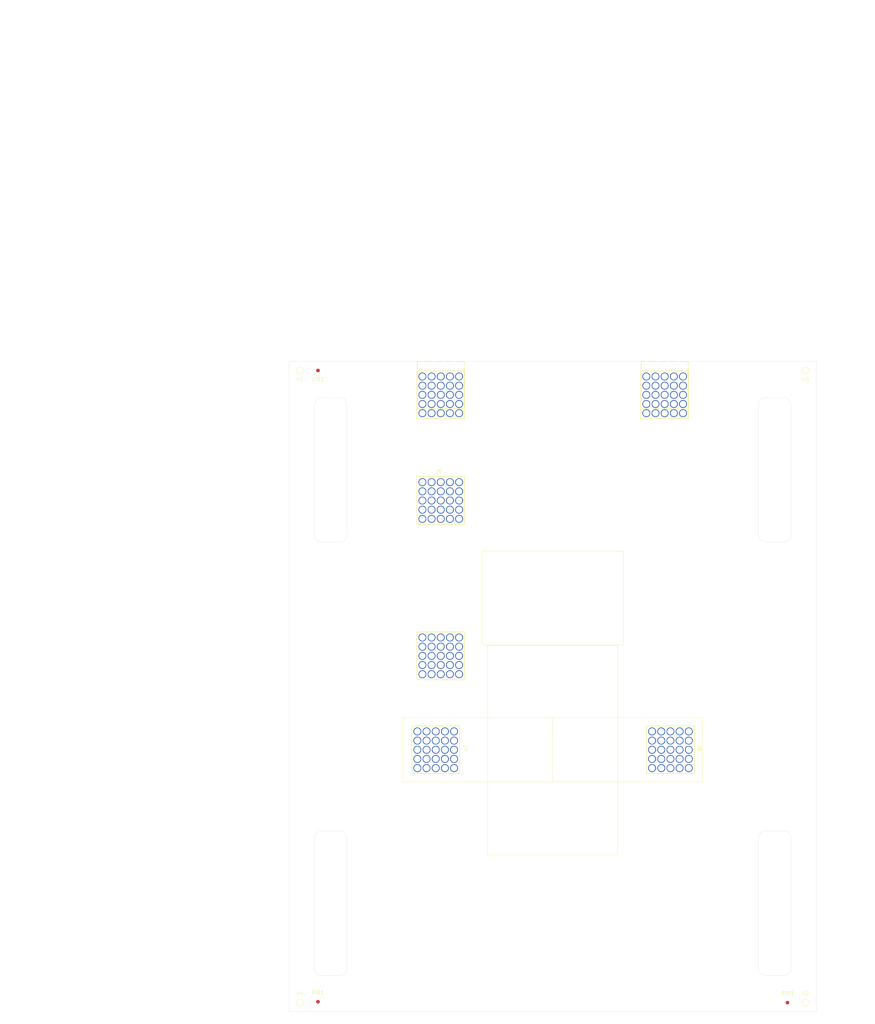
<source format=kicad_pcb>
(kicad_pcb (version 20241229) (generator "pcbnew") (generator_version "9.0")
  (layers (0 "F.Cu" signal) (2 "B.Cu" signal) (13 "F.Paste" user) (15 "B.Paste" user) (5 "F.SilkS" user "F.Silkscreen") (7 "B.SilkS" user "B.Silkscreen") (1 "F.Mask" user) (3 "B.Mask" user) (25 "Edge.Cuts" user))
  (net 0 "")
  (net 1 "/BAT+_IN")
  (net 2 "/BAT+_SI")
  (net 3 "/BAT+_OUT")
  (footprint "Fiducial:Fiducial_1mm_Mask3mm" (layer "F.Cu") (at 108 297.25)
    (property "Reference" "FID1" (at 0 -2.54 0) (layer "F.SilkS"))
    (property "Value" "Fiducial")
    (pad "" smd circle (at 0 0) (size 1 1) (layers "F.Cu" "F.Mask") (clearance 1))
  )
  (footprint "myWürthSHFU:WP-SHFU_7461098_HAL_gewinkelt" (layer "F.Cu") (at 204 129.25)
    (property "Reference" "J11" (hide yes))
    (property "Value" "Würth RedCube M6, gewinkelt")
    (fp_line (start -6.6 -6.6) (end 6.6 -6.6) (stroke (width 0.2)) (layer "F.SilkS"))
    (fp_line (start -6.6 6.6) (end -6.6 -6.6) (stroke (width 0.2)) (layer "F.SilkS"))
    (fp_line (start -6.5 -9.25) (end -6.5 3.75) (stroke (width 0.2) (type dash)) (layer "F.SilkS"))
    (fp_line (start -6.5 3.75) (end 6.5 3.75) (stroke (width 0.2) (type dash)) (layer "F.SilkS"))
    (fp_line (start 6.5 -9.25) (end -6.5 -9.25) (stroke (width 0.2) (type dash)) (layer "F.SilkS"))
    (fp_line (start 6.5 3.75) (end 6.5 -9.25) (stroke (width 0.2) (type dash)) (layer "F.SilkS"))
    (fp_line (start 6.6 -6.6) (end 6.6 6.6) (stroke (width 0.2)) (layer "F.SilkS"))
    (fp_line (start 6.6 6.6) (end -6.6 6.6) (stroke (width 0.2)) (layer "F.SilkS"))
    (pad "1" thru_hole circle (at -5.08 -5.08) (size 2.2 1.8) (drill 1.7) (layers "*.Cu" "*.Mask") (net 3 "/BAT+_OUT"))
    (pad "1" thru_hole circle (at -5.08 -2.54) (size 2.2 1.8) (drill 1.7) (layers "*.Cu" "*.Mask") (net 3 "/BAT+_OUT"))
    (pad "1" thru_hole circle (at -5.08 0) (size 2.2 1.8) (drill 1.7) (layers "*.Cu" "*.Mask") (net 3 "/BAT+_OUT"))
    (pad "1" thru_hole circle (at -5.08 2.54) (size 2.2 1.8) (drill 1.7) (layers "*.Cu" "*.Mask") (net 3 "/BAT+_OUT"))
    (pad "1" thru_hole circle (at -5.08 5.08) (size 2.2 1.8) (drill 1.7) (layers "*.Cu" "*.Mask") (net 3 "/BAT+_OUT"))
    (pad "1" thru_hole circle (at -2.54 -5.08) (size 2.2 1.8) (drill 1.7) (layers "*.Cu" "*.Mask") (net 3 "/BAT+_OUT"))
    (pad "1" thru_hole circle (at -2.54 -2.54) (size 2.2 1.8) (drill 1.7) (layers "*.Cu" "*.Mask") (net 3 "/BAT+_OUT"))
    (pad "1" thru_hole circle (at -2.54 0) (size 2.2 1.8) (drill 1.7) (layers "*.Cu" "*.Mask") (net 3 "/BAT+_OUT"))
    (pad "1" thru_hole circle (at -2.54 2.54) (size 2.2 1.8) (drill 1.7) (layers "*.Cu" "*.Mask") (net 3 "/BAT+_OUT"))
    (pad "1" thru_hole circle (at -2.54 5.08) (size 2.2 1.8) (drill 1.7) (layers "*.Cu" "*.Mask") (net 3 "/BAT+_OUT"))
    (pad "1" thru_hole circle (at 0 -5.08) (size 2.2 1.8) (drill 1.7) (layers "*.Cu" "*.Mask") (net 3 "/BAT+_OUT"))
    (pad "1" thru_hole circle (at 0 -2.54) (size 2.2 1.8) (drill 1.7) (layers "*.Cu" "*.Mask") (net 3 "/BAT+_OUT"))
    (pad "1" thru_hole circle (at 0 0) (size 2.2 1.8) (drill 1.7) (layers "*.Cu" "*.Mask") (net 3 "/BAT+_OUT"))
    (pad "1" thru_hole circle (at 0 2.54) (size 2.2 1.8) (drill 1.7) (layers "*.Cu" "*.Mask") (net 3 "/BAT+_OUT"))
    (pad "1" thru_hole circle (at 0 5.08) (size 2.2 1.8) (drill 1.7) (layers "*.Cu" "*.Mask") (net 3 "/BAT+_OUT"))
    (pad "1" thru_hole circle (at 2.54 -5.08) (size 2.2 1.8) (drill 1.7) (layers "*.Cu" "*.Mask") (net 3 "/BAT+_OUT"))
    (pad "1" thru_hole circle (at 2.54 -2.54) (size 2.2 1.8) (drill 1.7) (layers "*.Cu" "*.Mask") (net 3 "/BAT+_OUT"))
    (pad "1" thru_hole circle (at 2.54 0) (size 2.2 1.8) (drill 1.7) (layers "*.Cu" "*.Mask") (net 3 "/BAT+_OUT"))
    (pad "1" thru_hole circle (at 2.54 2.54) (size 2.2 1.8) (drill 1.7) (layers "*.Cu" "*.Mask") (net 3 "/BAT+_OUT"))
    (pad "1" thru_hole circle (at 2.54 5.08) (size 2.2 1.8) (drill 1.7) (layers "*.Cu" "*.Mask") (net 3 "/BAT+_OUT"))
    (pad "1" thru_hole circle (at 5.08 -5.08) (size 2.2 1.8) (drill 1.7) (layers "*.Cu" "*.Mask") (net 3 "/BAT+_OUT"))
    (pad "1" thru_hole circle (at 5.08 -2.54) (size 2.2 1.8) (drill 1.7) (layers "*.Cu" "*.Mask") (net 3 "/BAT+_OUT"))
    (pad "1" thru_hole circle (at 5.08 0) (size 2.2 1.8) (drill 1.7) (layers "*.Cu" "*.Mask") (net 3 "/BAT+_OUT"))
    (pad "1" thru_hole circle (at 5.08 2.54) (size 2.2 1.8) (drill 1.7) (layers "*.Cu" "*.Mask") (net 3 "/BAT+_OUT"))
    (pad "1" thru_hole circle (at 5.08 5.08) (size 2.2 1.8) (drill 1.7) (layers "*.Cu" "*.Mask") (net 3 "/BAT+_OUT"))
  )
  (footprint "myHoles:printer_mounting_holes_1mm" (layer "F.Cu") (at 103 297.5)
    (property "Reference" "H4" (at 0 -2.54 0) (layer "F.SilkS") (effects (font (thickness 0.1))))
    (property "Value" "~" (hide yes))
    (fp_circle (center 0 0) (end 1 0) (stroke (width 0.1)) (fill no) (layer "F.SilkS"))
    (pad "" np_thru_hole circle (at 0 0) (size 1 1) (drill 1) (layers "*.Cu" "*.Mask"))
  )
  (footprint "myWürthSHFU:WP-SHFU_7461098_HAL" (layer "F.Cu") (at 142 158.5)
    (property "Reference" "J5" (at -0.5 -7.5 0) (layer "F.SilkS") (effects (justify bottom)))
    (property "Value" "Würth RedCube M6")
    (fp_line (start -6.6 -6.6) (end 6.6 -6.6) (stroke (width 0.2)) (layer "F.SilkS"))
    (fp_line (start -6.6 6.6) (end -6.6 -6.6) (stroke (width 0.2)) (layer "F.SilkS"))
    (fp_line (start 6.6 -6.6) (end 6.6 6.6) (stroke (width 0.2)) (layer "F.SilkS"))
    (fp_line (start 6.6 6.6) (end -6.6 6.6) (stroke (width 0.2)) (layer "F.SilkS"))
    (pad "1" thru_hole circle (at -5.08 -5.08) (size 2.2 1.8) (drill 1.7) (layers "*.Cu" "*.Mask") (net 1 "/BAT+_IN"))
    (pad "1" thru_hole circle (at -5.08 -2.54) (size 2.2 1.8) (drill 1.7) (layers "*.Cu" "*.Mask") (net 1 "/BAT+_IN"))
    (pad "1" thru_hole circle (at -5.08 0) (size 2.2 1.8) (drill 1.7) (layers "*.Cu" "*.Mask") (net 1 "/BAT+_IN"))
    (pad "1" thru_hole circle (at -5.08 2.54) (size 2.2 1.8) (drill 1.7) (layers "*.Cu" "*.Mask") (net 1 "/BAT+_IN"))
    (pad "1" thru_hole circle (at -5.08 5.08) (size 2.2 1.8) (drill 1.7) (layers "*.Cu" "*.Mask") (net 1 "/BAT+_IN"))
    (pad "1" thru_hole circle (at -2.54 -5.08) (size 2.2 1.8) (drill 1.7) (layers "*.Cu" "*.Mask") (net 1 "/BAT+_IN"))
    (pad "1" thru_hole circle (at -2.54 -2.54) (size 2.2 1.8) (drill 1.7) (layers "*.Cu" "*.Mask") (net 1 "/BAT+_IN"))
    (pad "1" thru_hole circle (at -2.54 0) (size 2.2 1.8) (drill 1.7) (layers "*.Cu" "*.Mask") (net 1 "/BAT+_IN"))
    (pad "1" thru_hole circle (at -2.54 2.54) (size 2.2 1.8) (drill 1.7) (layers "*.Cu" "*.Mask") (net 1 "/BAT+_IN"))
    (pad "1" thru_hole circle (at -2.54 5.08) (size 2.2 1.8) (drill 1.7) (layers "*.Cu" "*.Mask") (net 1 "/BAT+_IN"))
    (pad "1" thru_hole circle (at 0 -5.08) (size 2.2 1.8) (drill 1.7) (layers "*.Cu" "*.Mask") (net 1 "/BAT+_IN"))
    (pad "1" thru_hole circle (at 0 -2.54) (size 2.2 1.8) (drill 1.7) (layers "*.Cu" "*.Mask") (net 1 "/BAT+_IN"))
    (pad "1" thru_hole circle (at 0 0) (size 2.2 1.8) (drill 1.7) (layers "*.Cu" "*.Mask") (net 1 "/BAT+_IN"))
    (pad "1" thru_hole circle (at 0 2.54) (size 2.2 1.8) (drill 1.7) (layers "*.Cu" "*.Mask") (net 1 "/BAT+_IN"))
    (pad "1" thru_hole circle (at 0 5.08) (size 2.2 1.8) (drill 1.7) (layers "*.Cu" "*.Mask") (net 1 "/BAT+_IN"))
    (pad "1" thru_hole circle (at 2.54 -5.08) (size 2.2 1.8) (drill 1.7) (layers "*.Cu" "*.Mask") (net 1 "/BAT+_IN"))
    (pad "1" thru_hole circle (at 2.54 -2.54) (size 2.2 1.8) (drill 1.7) (layers "*.Cu" "*.Mask") (net 1 "/BAT+_IN"))
    (pad "1" thru_hole circle (at 2.54 0) (size 2.2 1.8) (drill 1.7) (layers "*.Cu" "*.Mask") (net 1 "/BAT+_IN"))
    (pad "1" thru_hole circle (at 2.54 2.54) (size 2.2 1.8) (drill 1.7) (layers "*.Cu" "*.Mask") (net 1 "/BAT+_IN"))
    (pad "1" thru_hole circle (at 2.54 5.08) (size 2.2 1.8) (drill 1.7) (layers "*.Cu" "*.Mask") (net 1 "/BAT+_IN"))
    (pad "1" thru_hole circle (at 5.08 -5.08) (size 2.2 1.8) (drill 1.7) (layers "*.Cu" "*.Mask") (net 1 "/BAT+_IN"))
    (pad "1" thru_hole circle (at 5.08 -2.54) (size 2.2 1.8) (drill 1.7) (layers "*.Cu" "*.Mask") (net 1 "/BAT+_IN"))
    (pad "1" thru_hole circle (at 5.08 0) (size 2.2 1.8) (drill 1.7) (layers "*.Cu" "*.Mask") (net 1 "/BAT+_IN"))
    (pad "1" thru_hole circle (at 5.08 2.54) (size 2.2 1.8) (drill 1.7) (layers "*.Cu" "*.Mask") (net 1 "/BAT+_IN"))
    (pad "1" thru_hole circle (at 5.08 5.08) (size 2.2 1.8) (drill 1.7) (layers "*.Cu" "*.Mask") (net 1 "/BAT+_IN"))
  )
  (footprint "myHoles:printer_mounting_holes_1mm" (layer "F.Cu") (at 243 122.5)
    (property "Reference" "H3" (at 0 2.5 0) (layer "F.SilkS") (effects (font (thickness 0.1))))
    (property "Value" "~")
    (fp_circle (center 0 0) (end 1 0) (stroke (width 0.1)) (fill no) (layer "F.SilkS"))
    (pad "" np_thru_hole circle (at 0 0) (size 1 1) (drill 1) (layers "*.Cu" "*.Mask"))
  )
  (footprint "Fiducial:Fiducial_1mm_Mask3mm" (layer "F.Cu") (at 238 297.5)
    (property "Reference" "FID3" (at 0 -2.54 0) (layer "F.SilkS"))
    (property "Value" "Fiducial")
    (pad "" smd circle (at 0 0) (size 1 1) (layers "F.Cu" "F.Mask") (clearance 1))
  )
  (footprint "Fiducial:Fiducial_1mm_Mask3mm" (layer "F.Cu") (at 108 122.5)
    (property "Reference" "FID2" (at 0 2.5 0) (layer "F.SilkS"))
    (property "Value" "Fiducial")
    (pad "" smd circle (at 0 0) (size 1 1) (layers "F.Cu" "F.Mask") (clearance 1))
  )
  (footprint "myWürthSHFU:WP-SHFU_7461098_HAL" (layer "F.Cu") (at 140.6 227.5 -90)
    (property "Reference" "J7" (at -0.5 -7.5 270) (layer "F.SilkS") (effects (justify bottom)))
    (property "Value" "Würth RedCube M8")
    (fp_line (start -6.6 6.6) (end -6.6 -6.6) (stroke (width 0.2)) (layer "F.SilkS"))
    (fp_line (start 6.6 6.6) (end -6.6 6.6) (stroke (width 0.2)) (layer "F.SilkS"))
    (fp_line (start -6.6 -6.6) (end 6.6 -6.6) (stroke (width 0.2)) (layer "F.SilkS"))
    (fp_line (start 6.6 -6.6) (end 6.6 6.6) (stroke (width 0.2)) (layer "F.SilkS"))
    (pad "1" thru_hole circle (at -5.08 -5.08 270) (size 2.2 1.8) (drill 1.7) (layers "*.Cu" "*.Mask") (net 2 "/BAT+_SI"))
    (pad "1" thru_hole circle (at -5.08 -2.54 270) (size 2.2 1.8) (drill 1.7) (layers "*.Cu" "*.Mask") (net 2 "/BAT+_SI"))
    (pad "1" thru_hole circle (at -5.08 0 270) (size 2.2 1.8) (drill 1.7) (layers "*.Cu" "*.Mask") (net 2 "/BAT+_SI"))
    (pad "1" thru_hole circle (at -5.08 2.54 270) (size 2.2 1.8) (drill 1.7) (layers "*.Cu" "*.Mask") (net 2 "/BAT+_SI"))
    (pad "1" thru_hole circle (at -5.08 5.08 270) (size 2.2 1.8) (drill 1.7) (layers "*.Cu" "*.Mask") (net 2 "/BAT+_SI"))
    (pad "1" thru_hole circle (at -2.54 -5.08 270) (size 2.2 1.8) (drill 1.7) (layers "*.Cu" "*.Mask") (net 2 "/BAT+_SI"))
    (pad "1" thru_hole circle (at -2.54 -2.54 270) (size 2.2 1.8) (drill 1.7) (layers "*.Cu" "*.Mask") (net 2 "/BAT+_SI"))
    (pad "1" thru_hole circle (at -2.54 0 270) (size 2.2 1.8) (drill 1.7) (layers "*.Cu" "*.Mask") (net 2 "/BAT+_SI"))
    (pad "1" thru_hole circle (at -2.54 2.54 270) (size 2.2 1.8) (drill 1.7) (layers "*.Cu" "*.Mask") (net 2 "/BAT+_SI"))
    (pad "1" thru_hole circle (at -2.54 5.08 270) (size 2.2 1.8) (drill 1.7) (layers "*.Cu" "*.Mask") (net 2 "/BAT+_SI"))
    (pad "1" thru_hole circle (at 0 -5.08 270) (size 2.2 1.8) (drill 1.7) (layers "*.Cu" "*.Mask") (net 2 "/BAT+_SI"))
    (pad "1" thru_hole circle (at 0 -2.54 270) (size 2.2 1.8) (drill 1.7) (layers "*.Cu" "*.Mask") (net 2 "/BAT+_SI"))
    (pad "1" thru_hole circle (at 0 0 270) (size 2.2 1.8) (drill 1.7) (layers "*.Cu" "*.Mask") (net 2 "/BAT+_SI"))
    (pad "1" thru_hole circle (at 0 2.54 270) (size 2.2 1.8) (drill 1.7) (layers "*.Cu" "*.Mask") (net 2 "/BAT+_SI"))
    (pad "1" thru_hole circle (at 0 5.08 270) (size 2.2 1.8) (drill 1.7) (layers "*.Cu" "*.Mask") (net 2 "/BAT+_SI"))
    (pad "1" thru_hole circle (at 2.54 -5.08 270) (size 2.2 1.8) (drill 1.7) (layers "*.Cu" "*.Mask") (net 2 "/BAT+_SI"))
    (pad "1" thru_hole circle (at 2.54 -2.54 270) (size 2.2 1.8) (drill 1.7) (layers "*.Cu" "*.Mask") (net 2 "/BAT+_SI"))
    (pad "1" thru_hole circle (at 2.54 0 270) (size 2.2 1.8) (drill 1.7) (layers "*.Cu" "*.Mask") (net 2 "/BAT+_SI"))
    (pad "1" thru_hole circle (at 2.54 2.54 270) (size 2.2 1.8) (drill 1.7) (layers "*.Cu" "*.Mask") (net 2 "/BAT+_SI"))
    (pad "1" thru_hole circle (at 2.54 5.08 270) (size 2.2 1.8) (drill 1.7) (layers "*.Cu" "*.Mask") (net 2 "/BAT+_SI"))
    (pad "1" thru_hole circle (at 5.08 -5.08 270) (size 2.2 1.8) (drill 1.7) (layers "*.Cu" "*.Mask") (net 2 "/BAT+_SI"))
    (pad "1" thru_hole circle (at 5.08 -2.54 270) (size 2.2 1.8) (drill 1.7) (layers "*.Cu" "*.Mask") (net 2 "/BAT+_SI"))
    (pad "1" thru_hole circle (at 5.08 0 270) (size 2.2 1.8) (drill 1.7) (layers "*.Cu" "*.Mask") (net 2 "/BAT+_SI"))
    (pad "1" thru_hole circle (at 5.08 2.54 270) (size 2.2 1.8) (drill 1.7) (layers "*.Cu" "*.Mask") (net 2 "/BAT+_SI"))
    (pad "1" thru_hole circle (at 5.08 5.08 270) (size 2.2 1.8) (drill 1.7) (layers "*.Cu" "*.Mask") (net 2 "/BAT+_SI"))
  )
  (footprint "myWürthSHFU:WP-SHFU_7461098_HAL" (layer "F.Cu") (at 142 201.5)
    (property "Reference" "J6" (hide yes))
    (property "Value" "Würth RedCube M6")
    (fp_line (start -6.6 -6.6) (end 6.6 -6.6) (stroke (width 0.2)) (layer "F.SilkS"))
    (fp_line (start -6.6 6.6) (end -6.6 -6.6) (stroke (width 0.2)) (layer "F.SilkS"))
    (fp_line (start 6.6 -6.6) (end 6.6 6.6) (stroke (width 0.2)) (layer "F.SilkS"))
    (fp_line (start 6.6 6.6) (end -6.6 6.6) (stroke (width 0.2)) (layer "F.SilkS"))
    (pad "1" thru_hole circle (at -5.08 -5.08) (size 2.2 1.8) (drill 1.7) (layers "*.Cu" "*.Mask") (net 2 "/BAT+_SI"))
    (pad "1" thru_hole circle (at -5.08 -2.54) (size 2.2 1.8) (drill 1.7) (layers "*.Cu" "*.Mask") (net 2 "/BAT+_SI"))
    (pad "1" thru_hole circle (at -5.08 0) (size 2.2 1.8) (drill 1.7) (layers "*.Cu" "*.Mask") (net 2 "/BAT+_SI"))
    (pad "1" thru_hole circle (at -5.08 2.54) (size 2.2 1.8) (drill 1.7) (layers "*.Cu" "*.Mask") (net 2 "/BAT+_SI"))
    (pad "1" thru_hole circle (at -5.08 5.08) (size 2.2 1.8) (drill 1.7) (layers "*.Cu" "*.Mask") (net 2 "/BAT+_SI"))
    (pad "1" thru_hole circle (at -2.54 -5.08) (size 2.2 1.8) (drill 1.7) (layers "*.Cu" "*.Mask") (net 2 "/BAT+_SI"))
    (pad "1" thru_hole circle (at -2.54 -2.54) (size 2.2 1.8) (drill 1.7) (layers "*.Cu" "*.Mask") (net 2 "/BAT+_SI"))
    (pad "1" thru_hole circle (at -2.54 0) (size 2.2 1.8) (drill 1.7) (layers "*.Cu" "*.Mask") (net 2 "/BAT+_SI"))
    (pad "1" thru_hole circle (at -2.54 2.54) (size 2.2 1.8) (drill 1.7) (layers "*.Cu" "*.Mask") (net 2 "/BAT+_SI"))
    (pad "1" thru_hole circle (at -2.54 5.08) (size 2.2 1.8) (drill 1.7) (layers "*.Cu" "*.Mask") (net 2 "/BAT+_SI"))
    (pad "1" thru_hole circle (at 0 -5.08) (size 2.2 1.8) (drill 1.7) (layers "*.Cu" "*.Mask") (net 2 "/BAT+_SI"))
    (pad "1" thru_hole circle (at 0 -2.54) (size 2.2 1.8) (drill 1.7) (layers "*.Cu" "*.Mask") (net 2 "/BAT+_SI"))
    (pad "1" thru_hole circle (at 0 0) (size 2.2 1.8) (drill 1.7) (layers "*.Cu" "*.Mask") (net 2 "/BAT+_SI"))
    (pad "1" thru_hole circle (at 0 2.54) (size 2.2 1.8) (drill 1.7) (layers "*.Cu" "*.Mask") (net 2 "/BAT+_SI"))
    (pad "1" thru_hole circle (at 0 5.08) (size 2.2 1.8) (drill 1.7) (layers "*.Cu" "*.Mask") (net 2 "/BAT+_SI"))
    (pad "1" thru_hole circle (at 2.54 -5.08) (size 2.2 1.8) (drill 1.7) (layers "*.Cu" "*.Mask") (net 2 "/BAT+_SI"))
    (pad "1" thru_hole circle (at 2.54 -2.54) (size 2.2 1.8) (drill 1.7) (layers "*.Cu" "*.Mask") (net 2 "/BAT+_SI"))
    (pad "1" thru_hole circle (at 2.54 0) (size 2.2 1.8) (drill 1.7) (layers "*.Cu" "*.Mask") (net 2 "/BAT+_SI"))
    (pad "1" thru_hole circle (at 2.54 2.54) (size 2.2 1.8) (drill 1.7) (layers "*.Cu" "*.Mask") (net 2 "/BAT+_SI"))
    (pad "1" thru_hole circle (at 2.54 5.08) (size 2.2 1.8) (drill 1.7) (layers "*.Cu" "*.Mask") (net 2 "/BAT+_SI"))
    (pad "1" thru_hole circle (at 5.08 -5.08) (size 2.2 1.8) (drill 1.7) (layers "*.Cu" "*.Mask") (net 2 "/BAT+_SI"))
    (pad "1" thru_hole circle (at 5.08 -2.54) (size 2.2 1.8) (drill 1.7) (layers "*.Cu" "*.Mask") (net 2 "/BAT+_SI"))
    (pad "1" thru_hole circle (at 5.08 0) (size 2.2 1.8) (drill 1.7) (layers "*.Cu" "*.Mask") (net 2 "/BAT+_SI"))
    (pad "1" thru_hole circle (at 5.08 2.54) (size 2.2 1.8) (drill 1.7) (layers "*.Cu" "*.Mask") (net 2 "/BAT+_SI"))
    (pad "1" thru_hole circle (at 5.08 5.08) (size 2.2 1.8) (drill 1.7) (layers "*.Cu" "*.Mask") (net 2 "/BAT+_SI"))
  )
  (footprint "myWürthSHFU:WP-SHFU_7461098_HAL" (layer "F.Cu") (at 205.6 227.5 -90)
    (property "Reference" "J8" (at -0.5 -7.5 270) (layer "F.SilkS") (effects (justify bottom)))
    (property "Value" "Würth RedCube M8")
    (fp_line (start -6.6 6.6) (end -6.6 -6.6) (stroke (width 0.2)) (layer "F.SilkS"))
    (fp_line (start 6.6 6.6) (end -6.6 6.6) (stroke (width 0.2)) (layer "F.SilkS"))
    (fp_line (start -6.6 -6.6) (end 6.6 -6.6) (stroke (width 0.2)) (layer "F.SilkS"))
    (fp_line (start 6.6 -6.6) (end 6.6 6.6) (stroke (width 0.2)) (layer "F.SilkS"))
    (pad "1" thru_hole circle (at -5.08 -5.08 270) (size 2.2 1.8) (drill 1.7) (layers "*.Cu" "*.Mask") (net 3 "/BAT+_OUT"))
    (pad "1" thru_hole circle (at -5.08 -2.54 270) (size 2.2 1.8) (drill 1.7) (layers "*.Cu" "*.Mask") (net 3 "/BAT+_OUT"))
    (pad "1" thru_hole circle (at -5.08 0 270) (size 2.2 1.8) (drill 1.7) (layers "*.Cu" "*.Mask") (net 3 "/BAT+_OUT"))
    (pad "1" thru_hole circle (at -5.08 2.54 270) (size 2.2 1.8) (drill 1.7) (layers "*.Cu" "*.Mask") (net 3 "/BAT+_OUT"))
    (pad "1" thru_hole circle (at -5.08 5.08 270) (size 2.2 1.8) (drill 1.7) (layers "*.Cu" "*.Mask") (net 3 "/BAT+_OUT"))
    (pad "1" thru_hole circle (at -2.54 -5.08 270) (size 2.2 1.8) (drill 1.7) (layers "*.Cu" "*.Mask") (net 3 "/BAT+_OUT"))
    (pad "1" thru_hole circle (at -2.54 -2.54 270) (size 2.2 1.8) (drill 1.7) (layers "*.Cu" "*.Mask") (net 3 "/BAT+_OUT"))
    (pad "1" thru_hole circle (at -2.54 0 270) (size 2.2 1.8) (drill 1.7) (layers "*.Cu" "*.Mask") (net 3 "/BAT+_OUT"))
    (pad "1" thru_hole circle (at -2.54 2.54 270) (size 2.2 1.8) (drill 1.7) (layers "*.Cu" "*.Mask") (net 3 "/BAT+_OUT"))
    (pad "1" thru_hole circle (at -2.54 5.08 270) (size 2.2 1.8) (drill 1.7) (layers "*.Cu" "*.Mask") (net 3 "/BAT+_OUT"))
    (pad "1" thru_hole circle (at 0 -5.08 270) (size 2.2 1.8) (drill 1.7) (layers "*.Cu" "*.Mask") (net 3 "/BAT+_OUT"))
    (pad "1" thru_hole circle (at 0 -2.54 270) (size 2.2 1.8) (drill 1.7) (layers "*.Cu" "*.Mask") (net 3 "/BAT+_OUT"))
    (pad "1" thru_hole circle (at 0 0 270) (size 2.2 1.8) (drill 1.7) (layers "*.Cu" "*.Mask") (net 3 "/BAT+_OUT"))
    (pad "1" thru_hole circle (at 0 2.54 270) (size 2.2 1.8) (drill 1.7) (layers "*.Cu" "*.Mask") (net 3 "/BAT+_OUT"))
    (pad "1" thru_hole circle (at 0 5.08 270) (size 2.2 1.8) (drill 1.7) (layers "*.Cu" "*.Mask") (net 3 "/BAT+_OUT"))
    (pad "1" thru_hole circle (at 2.54 -5.08 270) (size 2.2 1.8) (drill 1.7) (layers "*.Cu" "*.Mask") (net 3 "/BAT+_OUT"))
    (pad "1" thru_hole circle (at 2.54 -2.54 270) (size 2.2 1.8) (drill 1.7) (layers "*.Cu" "*.Mask") (net 3 "/BAT+_OUT"))
    (pad "1" thru_hole circle (at 2.54 0 270) (size 2.2 1.8) (drill 1.7) (layers "*.Cu" "*.Mask") (net 3 "/BAT+_OUT"))
    (pad "1" thru_hole circle (at 2.54 2.54 270) (size 2.2 1.8) (drill 1.7) (layers "*.Cu" "*.Mask") (net 3 "/BAT+_OUT"))
    (pad "1" thru_hole circle (at 2.54 5.08 270) (size 2.2 1.8) (drill 1.7) (layers "*.Cu" "*.Mask") (net 3 "/BAT+_OUT"))
    (pad "1" thru_hole circle (at 5.08 -5.08 270) (size 2.2 1.8) (drill 1.7) (layers "*.Cu" "*.Mask") (net 3 "/BAT+_OUT"))
    (pad "1" thru_hole circle (at 5.08 -2.54 270) (size 2.2 1.8) (drill 1.7) (layers "*.Cu" "*.Mask") (net 3 "/BAT+_OUT"))
    (pad "1" thru_hole circle (at 5.08 0 270) (size 2.2 1.8) (drill 1.7) (layers "*.Cu" "*.Mask") (net 3 "/BAT+_OUT"))
    (pad "1" thru_hole circle (at 5.08 2.54 270) (size 2.2 1.8) (drill 1.7) (layers "*.Cu" "*.Mask") (net 3 "/BAT+_OUT"))
    (pad "1" thru_hole circle (at 5.08 5.08 270) (size 2.2 1.8) (drill 1.7) (layers "*.Cu" "*.Mask") (net 3 "/BAT+_OUT"))
  )
  (footprint "myWürthSHFU:WP-SHFU_7461098_HAL_gewinkelt" (layer "F.Cu") (at 142 129.25)
    (property "Reference" "J4" (hide yes))
    (property "Value" "Würth RedCube M6, gewinkelt")
    (fp_line (start -6.6 -6.6) (end 6.6 -6.6) (stroke (width 0.2)) (layer "F.SilkS"))
    (fp_line (start -6.6 6.6) (end -6.6 -6.6) (stroke (width 0.2)) (layer "F.SilkS"))
    (fp_line (start -6.5 -9.25) (end -6.5 3.75) (stroke (width 0.2) (type dash)) (layer "F.SilkS"))
    (fp_line (start -6.5 3.75) (end 6.5 3.75) (stroke (width 0.2) (type dash)) (layer "F.SilkS"))
    (fp_line (start 6.5 -9.25) (end -6.5 -9.25) (stroke (width 0.2) (type dash)) (layer "F.SilkS"))
    (fp_line (start 6.5 3.75) (end 6.5 -9.25) (stroke (width 0.2) (type dash)) (layer "F.SilkS"))
    (fp_line (start 6.6 -6.6) (end 6.6 6.6) (stroke (width 0.2)) (layer "F.SilkS"))
    (fp_line (start 6.6 6.6) (end -6.6 6.6) (stroke (width 0.2)) (layer "F.SilkS"))
    (pad "1" thru_hole circle (at -5.08 -5.08) (size 2.2 1.8) (drill 1.7) (layers "*.Cu" "*.Mask") (net 1 "/BAT+_IN"))
    (pad "1" thru_hole circle (at -5.08 -2.54) (size 2.2 1.8) (drill 1.7) (layers "*.Cu" "*.Mask") (net 1 "/BAT+_IN"))
    (pad "1" thru_hole circle (at -5.08 0) (size 2.2 1.8) (drill 1.7) (layers "*.Cu" "*.Mask") (net 1 "/BAT+_IN"))
    (pad "1" thru_hole circle (at -5.08 2.54) (size 2.2 1.8) (drill 1.7) (layers "*.Cu" "*.Mask") (net 1 "/BAT+_IN"))
    (pad "1" thru_hole circle (at -5.08 5.08) (size 2.2 1.8) (drill 1.7) (layers "*.Cu" "*.Mask") (net 1 "/BAT+_IN"))
    (pad "1" thru_hole circle (at -2.54 -5.08) (size 2.2 1.8) (drill 1.7) (layers "*.Cu" "*.Mask") (net 1 "/BAT+_IN"))
    (pad "1" thru_hole circle (at -2.54 -2.54) (size 2.2 1.8) (drill 1.7) (layers "*.Cu" "*.Mask") (net 1 "/BAT+_IN"))
    (pad "1" thru_hole circle (at -2.54 0) (size 2.2 1.8) (drill 1.7) (layers "*.Cu" "*.Mask") (net 1 "/BAT+_IN"))
    (pad "1" thru_hole circle (at -2.54 2.54) (size 2.2 1.8) (drill 1.7) (layers "*.Cu" "*.Mask") (net 1 "/BAT+_IN"))
    (pad "1" thru_hole circle (at -2.54 5.08) (size 2.2 1.8) (drill 1.7) (layers "*.Cu" "*.Mask") (net 1 "/BAT+_IN"))
    (pad "1" thru_hole circle (at 0 -5.08) (size 2.2 1.8) (drill 1.7) (layers "*.Cu" "*.Mask") (net 1 "/BAT+_IN"))
    (pad "1" thru_hole circle (at 0 -2.54) (size 2.2 1.8) (drill 1.7) (layers "*.Cu" "*.Mask") (net 1 "/BAT+_IN"))
    (pad "1" thru_hole circle (at 0 0) (size 2.2 1.8) (drill 1.7) (layers "*.Cu" "*.Mask") (net 1 "/BAT+_IN"))
    (pad "1" thru_hole circle (at 0 2.54) (size 2.2 1.8) (drill 1.7) (layers "*.Cu" "*.Mask") (net 1 "/BAT+_IN"))
    (pad "1" thru_hole circle (at 0 5.08) (size 2.2 1.8) (drill 1.7) (layers "*.Cu" "*.Mask") (net 1 "/BAT+_IN"))
    (pad "1" thru_hole circle (at 2.54 -5.08) (size 2.2 1.8) (drill 1.7) (layers "*.Cu" "*.Mask") (net 1 "/BAT+_IN"))
    (pad "1" thru_hole circle (at 2.54 -2.54) (size 2.2 1.8) (drill 1.7) (layers "*.Cu" "*.Mask") (net 1 "/BAT+_IN"))
    (pad "1" thru_hole circle (at 2.54 0) (size 2.2 1.8) (drill 1.7) (layers "*.Cu" "*.Mask") (net 1 "/BAT+_IN"))
    (pad "1" thru_hole circle (at 2.54 2.54) (size 2.2 1.8) (drill 1.7) (layers "*.Cu" "*.Mask") (net 1 "/BAT+_IN"))
    (pad "1" thru_hole circle (at 2.54 5.08) (size 2.2 1.8) (drill 1.7) (layers "*.Cu" "*.Mask") (net 1 "/BAT+_IN"))
    (pad "1" thru_hole circle (at 5.08 -5.08) (size 2.2 1.8) (drill 1.7) (layers "*.Cu" "*.Mask") (net 1 "/BAT+_IN"))
    (pad "1" thru_hole circle (at 5.08 -2.54) (size 2.2 1.8) (drill 1.7) (layers "*.Cu" "*.Mask") (net 1 "/BAT+_IN"))
    (pad "1" thru_hole circle (at 5.08 0) (size 2.2 1.8) (drill 1.7) (layers "*.Cu" "*.Mask") (net 1 "/BAT+_IN"))
    (pad "1" thru_hole circle (at 5.08 2.54) (size 2.2 1.8) (drill 1.7) (layers "*.Cu" "*.Mask") (net 1 "/BAT+_IN"))
    (pad "1" thru_hole circle (at 5.08 5.08) (size 2.2 1.8) (drill 1.7) (layers "*.Cu" "*.Mask") (net 1 "/BAT+_IN"))
  )
  (footprint "myHoles:printer_mounting_holes_1mm" (layer "F.Cu") (at 243 297.5)
    (property "Reference" "H2" (at 0 -2.54 0) (layer "F.SilkS") (effects (font (thickness 0.1))))
    (property "Value" "~")
    (fp_circle (center 0 0) (end 1 0) (stroke (width 0.1)) (fill no) (layer "F.SilkS"))
    (pad "" np_thru_hole circle (at 0 0) (size 1 1) (drill 1) (layers "*.Cu" "*.Mask"))
  )
  (footprint "myHoles:printer_mounting_holes_1mm" (layer "F.Cu") (at 103 122.5)
    (property "Reference" "H1" (at 0 2.5 0) (layer "F.SilkS") (effects (font (thickness 0.1))))
    (property "Value" "~")
    (fp_circle (center 0 0) (end 1 0) (stroke (width 0.1)) (fill no) (layer "F.SilkS"))
    (pad "" np_thru_hole circle (at 0 0) (size 1 1) (drill 1) (layers "*.Cu" "*.Mask"))
  )
  (gr_line (start 173 236.4) (end 173 218.6) (stroke (width 0.1)) (layer "F.SilkS"))
  (gr_rect (start 131.5 218.6) (end 214.5 236.4) (stroke (width 0.1)) (fill no) (layer "F.SilkS"))
  (gr_rect (start 155 198.6) (end 191 256.6) (stroke (width 0.1)) (fill no) (layer "F.SilkS"))
  (gr_rect (start 153.6 172.5) (end 192.6 198.5) (stroke (width 0.1)) (fill no) (layer "F.SilkS"))
  (gr_line (start 109 130) (end 114 130) (stroke (width 0.05)) (layer "Edge.Cuts"))
  (gr_line (start 107 168) (end 107 132) (stroke (width 0.05)) (layer "Edge.Cuts"))
  (gr_arc (start 239 288) (mid 238.414214 289.414214) (end 237 290) (stroke (width 0.05)) (layer "Edge.Cuts"))
  (gr_rect (start 100 120) (end 246 300) (stroke (width 0.05)) (fill no) (layer "Edge.Cuts"))
  (gr_line (start 114 170) (end 109 170) (stroke (width 0.05)) (layer "Edge.Cuts"))
  (gr_arc (start 237 250) (mid 238.414214 250.585786) (end 239 252) (stroke (width 0.05)) (layer "Edge.Cuts"))
  (gr_arc (start 114 250) (mid 115.414214 250.585786) (end 116 252) (stroke (width 0.05)) (layer "Edge.Cuts"))
  (gr_arc (start 109 290) (mid 107.585786 289.414214) (end 107 288) (stroke (width 0.05)) (layer "Edge.Cuts"))
  (gr_line (start 232 130) (end 237 130) (stroke (width 0.05)) (layer "Edge.Cuts"))
  (gr_arc (start 230 252) (mid 230.585786 250.585786) (end 232 250) (stroke (width 0.05)) (layer "Edge.Cuts"))
  (gr_arc (start 114 130) (mid 115.414214 130.585786) (end 116 132) (stroke (width 0.05)) (layer "Edge.Cuts"))
  (gr_line (start 239 132) (end 239 168) (stroke (width 0.05)) (layer "Edge.Cuts"))
  (gr_line (start 107 288) (end 107 252) (stroke (width 0.05)) (layer "Edge.Cuts"))
  (gr_line (start 230 168) (end 230 132) (stroke (width 0.05)) (layer "Edge.Cuts"))
  (gr_line (start 239 252) (end 239 288) (stroke (width 0.05)) (layer "Edge.Cuts"))
  (gr_arc (start 239 168) (mid 238.414214 169.414214) (end 237 170) (stroke (width 0.05)) (layer "Edge.Cuts"))
  (gr_line (start 237 170) (end 232 170) (stroke (width 0.05)) (layer "Edge.Cuts"))
  (gr_arc (start 232 290) (mid 230.585786 289.414214) (end 230 288) (stroke (width 0.05)) (layer "Edge.Cuts"))
  (gr_line (start 116 132) (end 116 168) (stroke (width 0.05)) (layer "Edge.Cuts"))
  (gr_arc (start 107 132) (mid 107.585786 130.585786) (end 109 130) (stroke (width 0.05)) (layer "Edge.Cuts"))
  (gr_arc (start 116 288) (mid 115.414214 289.414214) (end 114 290) (stroke (width 0.05)) (layer "Edge.Cuts"))
  (gr_line (start 232 250) (end 237 250) (stroke (width 0.05)) (layer "Edge.Cuts"))
  (gr_arc (start 232 170) (mid 230.585786 169.414214) (end 230 168) (stroke (width 0.05)) (layer "Edge.Cuts"))
  (gr_arc (start 107 252) (mid 107.585786 250.585786) (end 109 250) (stroke (width 0.05)) (layer "Edge.Cuts"))
  (gr_arc (start 230 132) (mid 230.585786 130.585786) (end 232 130) (stroke (width 0.05)) (layer "Edge.Cuts"))
  (gr_line (start 116 252) (end 116 288) (stroke (width 0.05)) (layer "Edge.Cuts"))
  (gr_arc (start 237 130) (mid 238.414214 130.585786) (end 239 132) (stroke (width 0.05)) (layer "Edge.Cuts"))
  (gr_arc (start 116 168) (mid 115.414214 169.414214) (end 114 170) (stroke (width 0.05)) (layer "Edge.Cuts"))
  (gr_line (start 109 250) (end 114 250) (stroke (width 0.05)) (layer "Edge.Cuts"))
  (gr_line (start 237 290) (end 232 290) (stroke (width 0.05)) (layer "Edge.Cuts"))
  (gr_arc (start 109 170) (mid 107.585786 169.414214) (end 107 168) (stroke (width 0.05)) (layer "Edge.Cuts"))
  (gr_line (start 230 288) (end 230 252) (stroke (width 0.05)) (layer "Edge.Cuts"))
  (gr_line (start 114 290) (end 109 290) (stroke (width 0.05)) (layer "Edge.Cuts"))
)
</source>
